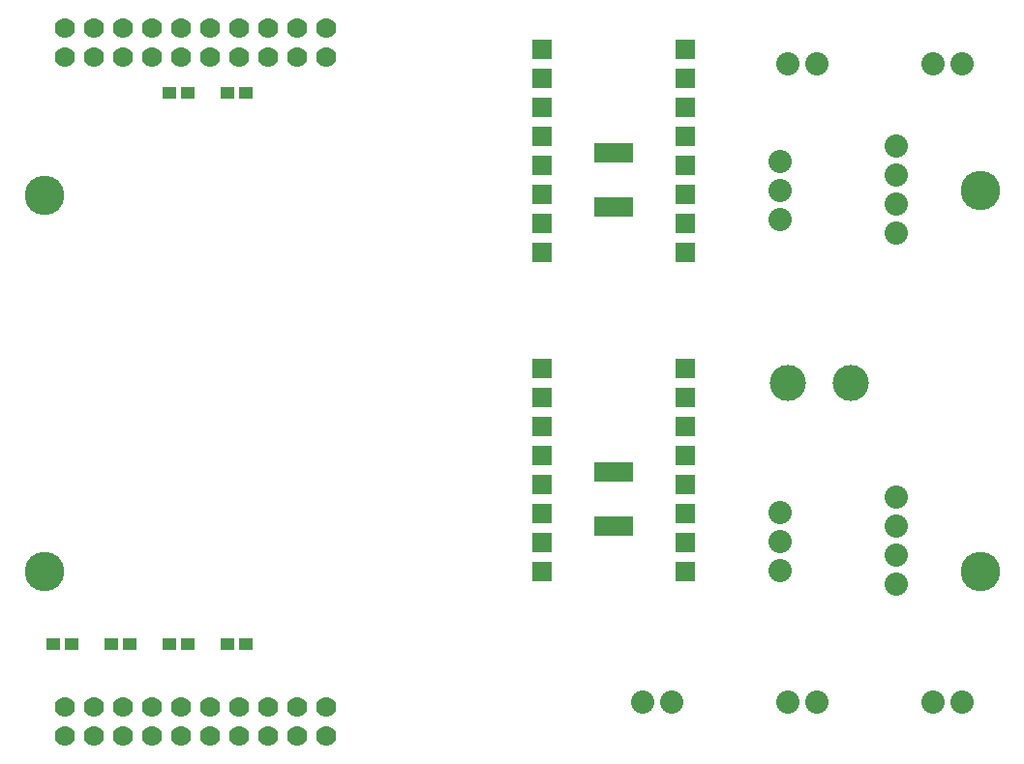
<source format=gts>
*
*
G04 PADS 9.3.1 Build Number: 456998 generated Gerber (RS-274-X) file*
G04 PC Version=2.1*
*
%IN "ArmControl.pcb"*%
*
%MOIN*%
*
%FSLAX35Y35*%
*
*
*
*
G04 PC Standard Apertures*
*
*
G04 Thermal Relief Aperture macro.*
%AMTER*
1,1,$1,0,0*
1,0,$1-$2,0,0*
21,0,$3,$4,0,0,45*
21,0,$3,$4,0,0,135*
%
*
*
G04 Annular Aperture macro.*
%AMANN*
1,1,$1,0,0*
1,0,$2,0,0*
%
*
*
G04 Odd Aperture macro.*
%AMODD*
1,1,$1,0,0*
1,0,$1-0.005,0,0*
%
*
*
G04 PC Custom Aperture Macros*
*
*
*
*
*
*
G04 PC Aperture Table*
*
%ADD010C,0.001*%
%ADD042R,0.048X0.04*%
%ADD051C,0.07*%
%ADD053R,0.07X0.07*%
%ADD184C,0.12417*%
%ADD190C,0.08*%
%ADD191R,0.135X0.07*%
%ADD194C,0.13598*%
*
*
*
*
G04 PC Circuitry*
G04 Layer Name ArmControl.pcb - circuitry*
%LPD*%
*
*
G04 PC Custom Flashes*
G04 Layer Name ArmControl.pcb - flashes*
%LPD*%
*
*
G04 PC Circuitry*
G04 Layer Name ArmControl.pcb - circuitry*
%LPD*%
*
G54D10*
G54D42*
G01X56900Y40000D03*
X63100D03*
X36900D03*
X43100D03*
X16900D03*
X23100D03*
X83100Y230000D03*
X76900D03*
X56900D03*
X63100D03*
X76900Y40000D03*
X83100D03*
G54D51*
X21067Y8508D03*
Y18508D03*
X31067Y8508D03*
Y18508D03*
X41067Y8508D03*
Y18508D03*
X51067Y8508D03*
Y18508D03*
X61067Y8508D03*
Y18508D03*
X71067Y8508D03*
Y18508D03*
X81067Y8508D03*
Y18508D03*
X91067Y8508D03*
Y18508D03*
X101067Y8508D03*
Y18508D03*
X111067Y8508D03*
Y18508D03*
X21067Y242258D03*
Y252258D03*
X31067Y242258D03*
Y252258D03*
X41067Y242258D03*
Y252258D03*
X51067Y242258D03*
Y252258D03*
X61067Y242258D03*
Y252258D03*
X71067Y242258D03*
Y252258D03*
X81067Y242258D03*
Y252258D03*
X91067Y242258D03*
Y252258D03*
X101067Y242258D03*
Y252258D03*
X111067Y242258D03*
Y252258D03*
G54D53*
X234685Y175000D03*
Y185000D03*
Y195000D03*
Y205000D03*
Y215000D03*
Y225000D03*
Y235000D03*
Y245000D03*
X185315D03*
Y235000D03*
Y225000D03*
Y215000D03*
Y205000D03*
Y195000D03*
Y185000D03*
Y175000D03*
X234685Y65000D03*
Y75000D03*
Y85000D03*
Y95000D03*
Y105000D03*
Y115000D03*
Y125000D03*
Y135000D03*
X185315D03*
Y125000D03*
Y115000D03*
Y105000D03*
Y95000D03*
Y85000D03*
Y75000D03*
Y65000D03*
G54D184*
X270000Y130000D03*
X291654D03*
G54D190*
X330000Y20000D03*
X320000D03*
X267087Y65512D03*
Y75512D03*
Y85512D03*
Y186457D03*
Y196457D03*
Y206457D03*
X220000Y20000D03*
X230000D03*
X320000Y240000D03*
X330000D03*
X270000Y20000D03*
X280000D03*
X307402Y211654D03*
Y201654D03*
Y191654D03*
Y181654D03*
Y90709D03*
Y80709D03*
Y70709D03*
Y60709D03*
X270000Y240000D03*
X280000D03*
G54D191*
X210000Y190750D03*
Y209250D03*
Y80750D03*
Y99250D03*
G54D194*
X13780Y64961D03*
Y194882D03*
X336220Y196535D03*
Y64961D03*
X0Y0D02*
M02*

</source>
